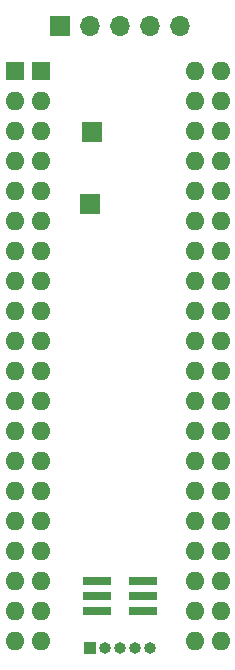
<source format=gbr>
G04 #@! TF.GenerationSoftware,KiCad,Pcbnew,(5.1.9)-1*
G04 #@! TF.CreationDate,2021-06-10T15:02:55-04:00*
G04 #@! TF.ProjectId,6526KernalSwitcherB,36353236-4b65-4726-9e61-6c5377697463,rev?*
G04 #@! TF.SameCoordinates,Original*
G04 #@! TF.FileFunction,Soldermask,Bot*
G04 #@! TF.FilePolarity,Negative*
%FSLAX46Y46*%
G04 Gerber Fmt 4.6, Leading zero omitted, Abs format (unit mm)*
G04 Created by KiCad (PCBNEW (5.1.9)-1) date 2021-06-10 15:02:55*
%MOMM*%
%LPD*%
G01*
G04 APERTURE LIST*
%ADD10R,1.000000X1.000000*%
%ADD11O,1.000000X1.000000*%
%ADD12R,2.400000X0.740000*%
%ADD13R,1.700000X1.700000*%
%ADD14O,1.700000X1.700000*%
%ADD15O,1.600000X1.600000*%
%ADD16R,1.600000X1.600000*%
G04 APERTURE END LIST*
D10*
X105410000Y-99695000D03*
D11*
X106680000Y-99695000D03*
X107950000Y-99695000D03*
X109220000Y-99695000D03*
X110490000Y-99695000D03*
D12*
X106000000Y-96520000D03*
X109900000Y-96520000D03*
X106000000Y-95250000D03*
X109900000Y-95250000D03*
X106000000Y-93980000D03*
X109900000Y-93980000D03*
D13*
X102870000Y-46990000D03*
D14*
X105410000Y-46990000D03*
X107950000Y-46990000D03*
X110490000Y-46990000D03*
X113030000Y-46990000D03*
D13*
X105587800Y-56032400D03*
X105384600Y-62077600D03*
D15*
X116459000Y-50800000D03*
X101219000Y-99060000D03*
X116459000Y-53340000D03*
X101219000Y-96520000D03*
X116459000Y-55880000D03*
X101219000Y-93980000D03*
X116459000Y-58420000D03*
X101219000Y-91440000D03*
X116459000Y-60960000D03*
X101219000Y-88900000D03*
X116459000Y-63500000D03*
X101219000Y-86360000D03*
X116459000Y-66040000D03*
X101219000Y-83820000D03*
X116459000Y-68580000D03*
X101219000Y-81280000D03*
X116459000Y-71120000D03*
X101219000Y-78740000D03*
X116459000Y-73660000D03*
X101219000Y-76200000D03*
X116459000Y-76200000D03*
X101219000Y-73660000D03*
X116459000Y-78740000D03*
X101219000Y-71120000D03*
X116459000Y-81280000D03*
X101219000Y-68580000D03*
X116459000Y-83820000D03*
X101219000Y-66040000D03*
X116459000Y-86360000D03*
X101219000Y-63500000D03*
X116459000Y-88900000D03*
X101219000Y-60960000D03*
X116459000Y-91440000D03*
X101219000Y-58420000D03*
X116459000Y-93980000D03*
X101219000Y-55880000D03*
X116459000Y-96520000D03*
X101219000Y-53340000D03*
X116459000Y-99060000D03*
D16*
X101219000Y-50800000D03*
X99060000Y-50800000D03*
D15*
X114300000Y-99060000D03*
X99060000Y-53340000D03*
X114300000Y-96520000D03*
X99060000Y-55880000D03*
X114300000Y-93980000D03*
X99060000Y-58420000D03*
X114300000Y-91440000D03*
X99060000Y-60960000D03*
X114300000Y-88900000D03*
X99060000Y-63500000D03*
X114300000Y-86360000D03*
X99060000Y-66040000D03*
X114300000Y-83820000D03*
X99060000Y-68580000D03*
X114300000Y-81280000D03*
X99060000Y-71120000D03*
X114300000Y-78740000D03*
X99060000Y-73660000D03*
X114300000Y-76200000D03*
X99060000Y-76200000D03*
X114300000Y-73660000D03*
X99060000Y-78740000D03*
X114300000Y-71120000D03*
X99060000Y-81280000D03*
X114300000Y-68580000D03*
X99060000Y-83820000D03*
X114300000Y-66040000D03*
X99060000Y-86360000D03*
X114300000Y-63500000D03*
X99060000Y-88900000D03*
X114300000Y-60960000D03*
X99060000Y-91440000D03*
X114300000Y-58420000D03*
X99060000Y-93980000D03*
X114300000Y-55880000D03*
X99060000Y-96520000D03*
X114300000Y-53340000D03*
X99060000Y-99060000D03*
X114300000Y-50800000D03*
M02*

</source>
